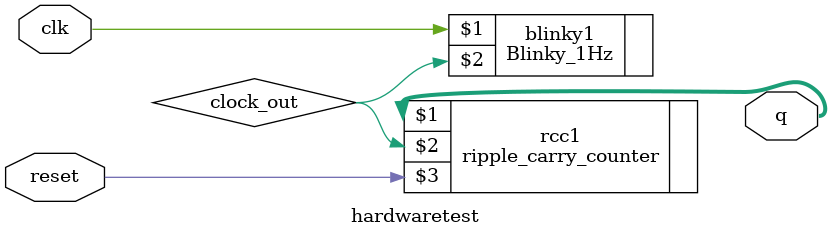
<source format=v>
module hardwaretest(q,clk,reset );
output wire [3:0] q;
wire clock_out;
input clk, reset;
Blinky_1Hz blinky1(clk, clock_out);
ripple_carry_counter rcc1(q, clock_out, reset);

endmodule

</source>
